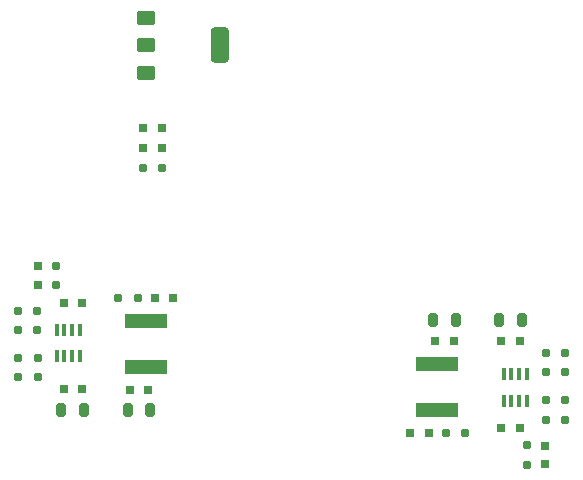
<source format=gbr>
%TF.GenerationSoftware,KiCad,Pcbnew,8.0.0*%
%TF.CreationDate,2024-10-25T11:24:30+02:00*%
%TF.ProjectId,Projet_Animatronic,50726f6a-6574-45f4-916e-696d6174726f,rev?*%
%TF.SameCoordinates,Original*%
%TF.FileFunction,Paste,Top*%
%TF.FilePolarity,Positive*%
%FSLAX46Y46*%
G04 Gerber Fmt 4.6, Leading zero omitted, Abs format (unit mm)*
G04 Created by KiCad (PCBNEW 8.0.0) date 2024-10-25 11:24:30*
%MOMM*%
%LPD*%
G01*
G04 APERTURE LIST*
G04 Aperture macros list*
%AMRoundRect*
0 Rectangle with rounded corners*
0 $1 Rounding radius*
0 $2 $3 $4 $5 $6 $7 $8 $9 X,Y pos of 4 corners*
0 Add a 4 corners polygon primitive as box body*
4,1,4,$2,$3,$4,$5,$6,$7,$8,$9,$2,$3,0*
0 Add four circle primitives for the rounded corners*
1,1,$1+$1,$2,$3*
1,1,$1+$1,$4,$5*
1,1,$1+$1,$6,$7*
1,1,$1+$1,$8,$9*
0 Add four rect primitives between the rounded corners*
20,1,$1+$1,$2,$3,$4,$5,0*
20,1,$1+$1,$4,$5,$6,$7,0*
20,1,$1+$1,$6,$7,$8,$9,0*
20,1,$1+$1,$8,$9,$2,$3,0*%
G04 Aperture macros list end*
%ADD10RoundRect,0.160000X0.220000X-0.160000X0.220000X0.160000X-0.220000X0.160000X-0.220000X-0.160000X0*%
%ADD11RoundRect,0.100000X-0.100000X0.430000X-0.100000X-0.430000X0.100000X-0.430000X0.100000X0.430000X0*%
%ADD12RoundRect,0.180000X-0.180000X-0.200000X0.180000X-0.200000X0.180000X0.200000X-0.180000X0.200000X0*%
%ADD13RoundRect,0.160000X0.160000X0.220000X-0.160000X0.220000X-0.160000X-0.220000X0.160000X-0.220000X0*%
%ADD14RoundRect,0.200000X-0.200000X-0.380000X0.200000X-0.380000X0.200000X0.380000X-0.200000X0.380000X0*%
%ADD15RoundRect,0.200000X0.200000X0.380000X-0.200000X0.380000X-0.200000X-0.380000X0.200000X-0.380000X0*%
%ADD16R,3.600000X1.280000*%
%ADD17RoundRect,0.160000X-0.220000X0.160000X-0.220000X-0.160000X0.220000X-0.160000X0.220000X0.160000X0*%
%ADD18RoundRect,0.180000X0.180000X0.200000X-0.180000X0.200000X-0.180000X-0.200000X0.180000X-0.200000X0*%
%ADD19RoundRect,0.100000X0.100000X-0.430000X0.100000X0.430000X-0.100000X0.430000X-0.100000X-0.430000X0*%
%ADD20RoundRect,0.160000X-0.160000X-0.220000X0.160000X-0.220000X0.160000X0.220000X-0.160000X0.220000X0*%
%ADD21RoundRect,0.300000X-0.500000X-0.300000X0.500000X-0.300000X0.500000X0.300000X-0.500000X0.300000X0*%
%ADD22RoundRect,0.400000X-0.400000X-1.120000X0.400000X-1.120000X0.400000X1.120000X-0.400000X1.120000X0*%
%ADD23RoundRect,0.180000X-0.200000X0.180000X-0.200000X-0.180000X0.200000X-0.180000X0.200000X0.180000X0*%
%ADD24RoundRect,0.180000X0.200000X-0.180000X0.200000X0.180000X-0.200000X0.180000X-0.200000X-0.180000X0*%
G04 APERTURE END LIST*
D10*
%TO.C,R204*%
X78330000Y-116640000D03*
X78330000Y-114990000D03*
%TD*%
D11*
%TO.C,U301*%
X119775000Y-120362500D03*
X119125000Y-120362500D03*
X118475000Y-120362500D03*
X117825000Y-120362500D03*
X117825000Y-122637500D03*
X118475000Y-122637500D03*
X119125000Y-122637500D03*
X119775000Y-122637500D03*
%TD*%
D10*
%TO.C,R305*%
X123000000Y-124250000D03*
X123000000Y-122600000D03*
%TD*%
D12*
%TO.C,C101*%
X87305000Y-99575000D03*
X88855000Y-99575000D03*
%TD*%
D13*
%TO.C,R202*%
X78355000Y-120640000D03*
X76705000Y-120640000D03*
%TD*%
D12*
%TO.C,C202*%
X80555000Y-114340000D03*
X82105000Y-114340000D03*
%TD*%
D14*
%TO.C,C307*%
X111850000Y-115820000D03*
X113750000Y-115820000D03*
%TD*%
D15*
%TO.C,C207*%
X87880000Y-123420000D03*
X85980000Y-123420000D03*
%TD*%
%TO.C,C301*%
X119350000Y-115800000D03*
X117450000Y-115800000D03*
%TD*%
D14*
%TO.C,C201*%
X80380000Y-123440000D03*
X82280000Y-123440000D03*
%TD*%
D16*
%TO.C,L301*%
X112200000Y-123400000D03*
X112200000Y-119500000D03*
%TD*%
D12*
%TO.C,C204*%
X88255000Y-113890000D03*
X89805000Y-113890000D03*
%TD*%
%TO.C,C102*%
X87305000Y-101250000D03*
X88855000Y-101250000D03*
%TD*%
D17*
%TO.C,R306*%
X119800000Y-126400000D03*
X119800000Y-128050000D03*
%TD*%
D18*
%TO.C,C302*%
X119175000Y-124900000D03*
X117625000Y-124900000D03*
%TD*%
D19*
%TO.C,U201*%
X79960000Y-118877500D03*
X80610000Y-118877500D03*
X81260000Y-118877500D03*
X81910000Y-118877500D03*
X81910000Y-116602500D03*
X81260000Y-116602500D03*
X80610000Y-116602500D03*
X79960000Y-116602500D03*
%TD*%
D20*
%TO.C,R101*%
X87255000Y-102950000D03*
X88905000Y-102950000D03*
%TD*%
D16*
%TO.C,L201*%
X87530000Y-115840000D03*
X87530000Y-119740000D03*
%TD*%
D12*
%TO.C,C306*%
X112025000Y-117550000D03*
X113575000Y-117550000D03*
%TD*%
D13*
%TO.C,R303*%
X114550000Y-125350000D03*
X112900000Y-125350000D03*
%TD*%
D18*
%TO.C,C206*%
X87700000Y-121690000D03*
X86150000Y-121690000D03*
%TD*%
D12*
%TO.C,C203*%
X80560000Y-121640000D03*
X82110000Y-121640000D03*
%TD*%
D18*
%TO.C,C304*%
X111475000Y-125350000D03*
X109925000Y-125350000D03*
%TD*%
D20*
%TO.C,R301*%
X121375000Y-120200000D03*
X123025000Y-120200000D03*
%TD*%
D17*
%TO.C,R205*%
X76730000Y-114990000D03*
X76730000Y-116640000D03*
%TD*%
D20*
%TO.C,R302*%
X121375000Y-118600000D03*
X123025000Y-118600000D03*
%TD*%
D21*
%TO.C,U101*%
X87500000Y-90250000D03*
X87500000Y-92550000D03*
D22*
X93800000Y-92550000D03*
D21*
X87500000Y-94850000D03*
%TD*%
D23*
%TO.C,C305*%
X121340000Y-126450000D03*
X121340000Y-128000000D03*
%TD*%
D18*
%TO.C,C303*%
X119175000Y-117600000D03*
X117625000Y-117600000D03*
%TD*%
D17*
%TO.C,R304*%
X121400000Y-122600000D03*
X121400000Y-124250000D03*
%TD*%
D10*
%TO.C,R206*%
X79930000Y-112845000D03*
X79930000Y-111195000D03*
%TD*%
D24*
%TO.C,C205*%
X78390000Y-112790000D03*
X78390000Y-111240000D03*
%TD*%
D20*
%TO.C,R203*%
X85185000Y-113890000D03*
X86835000Y-113890000D03*
%TD*%
D13*
%TO.C,R201*%
X78350000Y-119040000D03*
X76700000Y-119040000D03*
%TD*%
M02*

</source>
